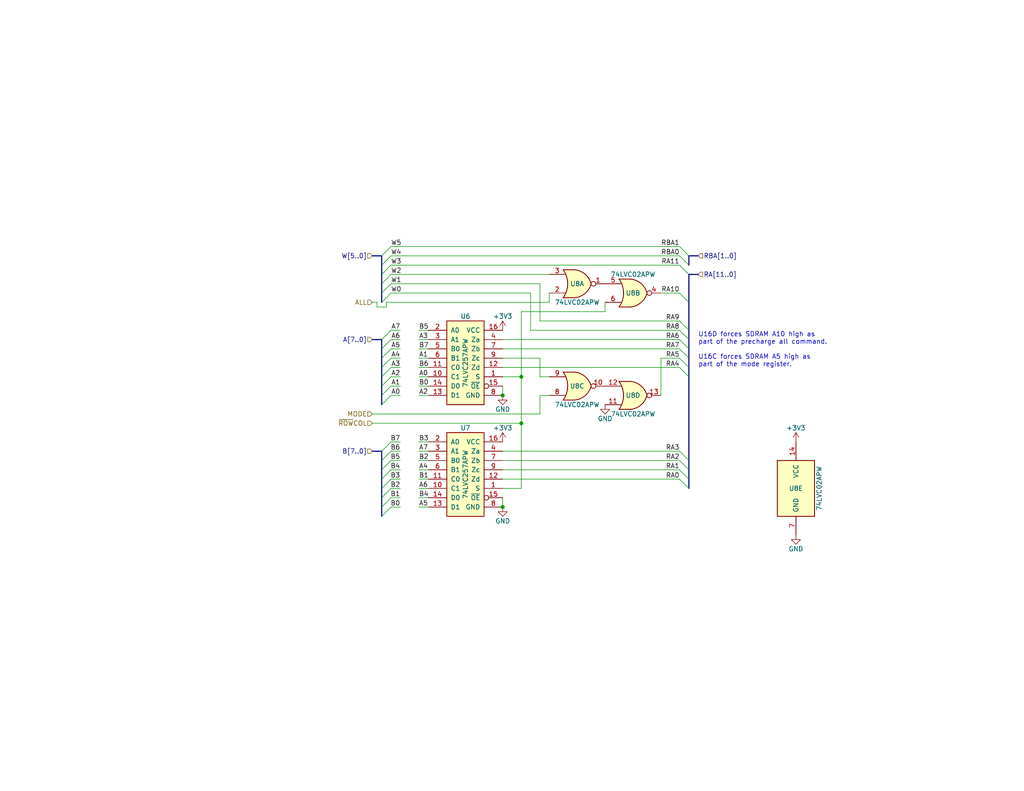
<source format=kicad_sch>
(kicad_sch (version 20211123) (generator eeschema)
  (paper "USLetter")
  (lib_symbols
    (symbol "74xx:74LS02" (pin_names (offset 1.016))
      (property "Reference" "U" (at 0 1.27 0))
      (property "Value" "74LS02" (at 0 -1.27 0))
      (symbol "74LS02_1_1"
        (arc (start -3.81 -3.81) (mid -2.589 0) (end -3.81 3.81) (stroke (width 0.254)))
        (arc (start -0.6096 -3.81) (mid 2.1842 -2.5851) (end 3.81 0) (stroke (width 0.254)) (fill (type background)))
        (polyline (pts (xy -3.81 -3.81) (xy -0.635 -3.81)) (stroke (width 0.254)) (fill (type background)))
        (polyline (pts (xy -3.81 3.81) (xy -0.635 3.81)) (stroke (width 0.254)) (fill (type background)))
        (polyline (pts (xy -0.635 3.81) (xy -3.81 3.81) (xy -3.81 3.81) (xy -3.556 3.4036) (xy -3.0226 2.2606) (xy -2.6924 1.0414) (xy -2.6162 -0.254) (xy -2.7686 -1.4986) (xy -3.175 -2.7178) (xy -3.81 -3.81) (xy -3.81 -3.81) (xy -0.635 -3.81)) (stroke (width -25.4)) (fill (type background)))
        (arc (start 3.81 0) (mid 2.1915 2.5936) (end -0.6096 3.81) (stroke (width 0.254)) (fill (type background)))
        (pin output inverted (at 7.62 0 180) (length 3.81) (name "~") (number "1"))
        (pin input line (at -7.62 2.54 0) (length 4.318) (name "~") (number "2"))
        (pin input line (at -7.62 -2.54 0) (length 4.318) (name "~") (number "3"))
      )
      (symbol "74LS02_1_2"
        (arc (start 0 -3.81) (mid 3.81 0) (end 0 3.81) (stroke (width 0.254)) (fill (type background)))
        (polyline (pts (xy 0 3.81) (xy -3.81 3.81) (xy -3.81 -3.81) (xy 0 -3.81)) (stroke (width 0.254)) (fill (type background)))
        (pin output line (at 7.62 0 180) (length 3.81) (name "~") (number "1"))
        (pin input inverted (at -7.62 2.54 0) (length 3.81) (name "~") (number "2"))
        (pin input inverted (at -7.62 -2.54 0) (length 3.81) (name "~") (number "3"))
      )
      (symbol "74LS02_2_1"
        (arc (start -3.81 -3.81) (mid -2.589 0) (end -3.81 3.81) (stroke (width 0.254)))
        (arc (start -0.6096 -3.81) (mid 2.1842 -2.5851) (end 3.81 0) (stroke (width 0.254)) (fill (type background)))
        (polyline (pts (xy -3.81 -3.81) (xy -0.635 -3.81)) (stroke (width 0.254)) (fill (type background)))
        (polyline (pts (xy -3.81 3.81) (xy -0.635 3.81)) (stroke (width 0.254)) (fill (type background)))
        (polyline (pts (xy -0.635 3.81) (xy -3.81 3.81) (xy -3.81 3.81) (xy -3.556 3.4036) (xy -3.0226 2.2606) (xy -2.6924 1.0414) (xy -2.6162 -0.254) (xy -2.7686 -1.4986) (xy -3.175 -2.7178) (xy -3.81 -3.81) (xy -3.81 -3.81) (xy -0.635 -3.81)) (stroke (width -25.4)) (fill (type background)))
        (arc (start 3.81 0) (mid 2.1915 2.5936) (end -0.6096 3.81) (stroke (width 0.254)) (fill (type background)))
        (pin output inverted (at 7.62 0 180) (length 3.81) (name "~") (number "4"))
        (pin input line (at -7.62 2.54 0) (length 4.318) (name "~") (number "5"))
        (pin input line (at -7.62 -2.54 0) (length 4.318) (name "~") (number "6"))
      )
      (symbol "74LS02_2_2"
        (arc (start 0 -3.81) (mid 3.81 0) (end 0 3.81) (stroke (width 0.254)) (fill (type background)))
        (polyline (pts (xy 0 3.81) (xy -3.81 3.81) (xy -3.81 -3.81) (xy 0 -3.81)) (stroke (width 0.254)) (fill (type background)))
        (pin output line (at 7.62 0 180) (length 3.81) (name "~") (number "4"))
        (pin input inverted (at -7.62 2.54 0) (length 3.81) (name "~") (number "5"))
        (pin input inverted (at -7.62 -2.54 0) (length 3.81) (name "~") (number "6"))
      )
      (symbol "74LS02_3_1"
        (arc (start -3.81 -3.81) (mid -2.589 0) (end -3.81 3.81) (stroke (width 0.254)))
        (arc (start -0.6096 -3.81) (mid 2.1842 -2.5851) (end 3.81 0) (stroke (width 0.254)) (fill (type background)))
        (polyline (pts (xy -3.81 -3.81) (xy -0.635 -3.81)) (stroke (width 0.254)) (fill (type background)))
        (polyline (pts (xy -3.81 3.81) (xy -0.635 3.81)) (stroke (width 0.254)) (fill (type background)))
        (polyline (pts (xy -0.635 3.81) (xy -3.81 3.81) (xy -3.81 3.81) (xy -3.556 3.4036) (xy -3.0226 2.2606) (xy -2.6924 1.0414) (xy -2.6162 -0.254) (xy -2.7686 -1.4986) (xy -3.175 -2.7178) (xy -3.81 -3.81) (xy -3.81 -3.81) (xy -0.635 -3.81)) (stroke (width -25.4)) (fill (type background)))
        (arc (start 3.81 0) (mid 2.1915 2.5936) (end -0.6096 3.81) (stroke (width 0.254)) (fill (type background)))
        (pin output inverted (at 7.62 0 180) (length 3.81) (name "~") (number "10"))
        (pin input line (at -7.62 2.54 0) (length 4.318) (name "~") (number "8"))
        (pin input line (at -7.62 -2.54 0) (length 4.318) (name "~") (number "9"))
      )
      (symbol "74LS02_3_2"
        (arc (start 0 -3.81) (mid 3.81 0) (end 0 3.81) (stroke (width 0.254)) (fill (type background)))
        (polyline (pts (xy 0 3.81) (xy -3.81 3.81) (xy -3.81 -3.81) (xy 0 -3.81)) (stroke (width 0.254)) (fill (type background)))
        (pin output line (at 7.62 0 180) (length 3.81) (name "~") (number "10"))
        (pin input inverted (at -7.62 2.54 0) (length 3.81) (name "~") (number "8"))
        (pin input inverted (at -7.62 -2.54 0) (length 3.81) (name "~") (number "9"))
      )
      (symbol "74LS02_4_1"
        (arc (start -3.81 -3.81) (mid -2.589 0) (end -3.81 3.81) (stroke (width 0.254)))
        (arc (start -0.6096 -3.81) (mid 2.1842 -2.5851) (end 3.81 0) (stroke (width 0.254)) (fill (type background)))
        (polyline (pts (xy -3.81 -3.81) (xy -0.635 -3.81)) (stroke (width 0.254)) (fill (type background)))
        (polyline (pts (xy -3.81 3.81) (xy -0.635 3.81)) (stroke (width 0.254)) (fill (type background)))
        (polyline (pts (xy -0.635 3.81) (xy -3.81 3.81) (xy -3.81 3.81) (xy -3.556 3.4036) (xy -3.0226 2.2606) (xy -2.6924 1.0414) (xy -2.6162 -0.254) (xy -2.7686 -1.4986) (xy -3.175 -2.7178) (xy -3.81 -3.81) (xy -3.81 -3.81) (xy -0.635 -3.81)) (stroke (width -25.4)) (fill (type background)))
        (arc (start 3.81 0) (mid 2.1915 2.5936) (end -0.6096 3.81) (stroke (width 0.254)) (fill (type background)))
        (pin input line (at -7.62 2.54 0) (length 4.318) (name "~") (number "11"))
        (pin input line (at -7.62 -2.54 0) (length 4.318) (name "~") (number "12"))
        (pin output inverted (at 7.62 0 180) (length 3.81) (name "~") (number "13"))
      )
      (symbol "74LS02_4_2"
        (arc (start 0 -3.81) (mid 3.81 0) (end 0 3.81) (stroke (width 0.254)) (fill (type background)))
        (polyline (pts (xy 0 3.81) (xy -3.81 3.81) (xy -3.81 -3.81) (xy 0 -3.81)) (stroke (width 0.254)) (fill (type background)))
        (pin input inverted (at -7.62 2.54 0) (length 3.81) (name "~") (number "11"))
        (pin input inverted (at -7.62 -2.54 0) (length 3.81) (name "~") (number "12"))
        (pin output line (at 7.62 0 180) (length 3.81) (name "~") (number "13"))
      )
      (symbol "74LS02_5_0"
        (pin power_in line (at 0 12.7 270) (length 5.08) (name "VCC") (number "14"))
        (pin power_in line (at 0 -12.7 90) (length 5.08) (name "GND") (number "7"))
      )
      (symbol "74LS02_5_1"
        (rectangle (start -5.08 7.62) (end 5.08 -7.62) (stroke (width 0.254)) (fill (type background)))
      )
    )
    (symbol "GW_Logic:74257" (pin_names (offset 1.016))
      (property "Reference" "U" (at -7.62 12.7 0))
      (property "Value" "GW_Logic_74257" (at 0 0 90))
      (symbol "74257_1_0"
        (pin input line (at 10.16 -3.81 180) (length 5.08) (name "S") (number "1"))
        (pin input line (at -10.16 -3.81 0) (length 5.08) (name "C1") (number "10"))
        (pin input line (at -10.16 -1.27 0) (length 5.08) (name "C0") (number "11"))
        (pin output line (at 10.16 -1.27 180) (length 5.08) (name "Zd") (number "12"))
        (pin input line (at -10.16 -8.89 0) (length 5.08) (name "D1") (number "13"))
        (pin input line (at -10.16 -6.35 0) (length 5.08) (name "D0") (number "14"))
        (pin input inverted (at 10.16 -6.35 180) (length 5.08) (name "~{OE}") (number "15"))
        (pin power_in line (at 10.16 8.89 180) (length 5.08) (name "VCC") (number "16"))
        (pin input line (at -10.16 8.89 0) (length 5.08) (name "A0") (number "2"))
        (pin input line (at -10.16 6.35 0) (length 5.08) (name "A1") (number "3"))
        (pin output line (at 10.16 6.35 180) (length 5.08) (name "Za") (number "4"))
        (pin input line (at -10.16 3.81 0) (length 5.08) (name "B0") (number "5"))
        (pin input line (at -10.16 1.27 0) (length 5.08) (name "B1") (number "6"))
        (pin output line (at 10.16 3.81 180) (length 5.08) (name "Zb") (number "7"))
        (pin power_in line (at 10.16 -8.89 180) (length 5.08) (name "GND") (number "8"))
        (pin output line (at 10.16 1.27 180) (length 5.08) (name "Zc") (number "9"))
      )
      (symbol "74257_1_1"
        (rectangle (start -5.08 11.43) (end 5.08 -11.43) (stroke (width 0.254)) (fill (type background)))
      )
    )
    (symbol "power:+3V3" (power) (pin_names (offset 0))
      (property "Value" "+3V3" (at 0 3.556 0))
      (symbol "+3V3_0_1"
        (polyline (pts (xy -0.762 1.27) (xy 0 2.54)))
        (polyline (pts (xy 0 0) (xy 0 2.54)))
        (polyline (pts (xy 0 2.54) (xy 0.762 1.27)))
      )
      (symbol "+3V3_1_1"
        (pin power_in line (at 0 0 90) (length 0) hide (name "+3V3") (number "1"))
      )
    )
    (symbol "power:GND" (power) (pin_names (offset 0))
      (property "Value" "GND" (at 0 -3.81 0))
      (symbol "GND_0_1"
        (polyline (pts (xy 0 0) (xy 0 -1.27) (xy 1.27 -1.27) (xy 0 -2.54) (xy -1.27 -1.27) (xy 0 -1.27)))
      )
      (symbol "GND_1_1"
        (pin power_in line (at 0 0 270) (length 0) hide (name "GND") (number "1"))
      )
    )
  )
  (junction (at 137.16 107.95))
  (junction (at 137.16 138.43))
  (junction (at 142.24 115.57))
  (junction (at 142.24 102.87))
  (bus_entry (at 187.96 102.87) (size -2.54 -2.54))
  (bus_entry (at 104.14 105.41) (size 2.54 -2.54))
  (bus_entry (at 187.96 97.79) (size -2.54 -2.54))
  (bus_entry (at 104.14 138.43) (size 2.54 -2.54))
  (bus_entry (at 187.96 130.81) (size -2.54 -2.54))
  (bus_entry (at 187.96 133.35) (size -2.54 -2.54))
  (bus_entry (at 104.14 97.79) (size 2.54 -2.54))
  (bus_entry (at 187.96 90.17) (size -2.54 -2.54))
  (bus_entry (at 104.14 133.35) (size 2.54 -2.54))
  (bus_entry (at 104.14 77.47) (size 2.54 -2.54))
  (bus_entry (at 104.14 100.33) (size 2.54 -2.54))
  (bus_entry (at 104.14 92.71) (size 2.54 -2.54))
  (bus_entry (at 187.96 95.25) (size -2.54 -2.54))
  (bus_entry (at 104.14 130.81) (size 2.54 -2.54))
  (bus_entry (at 187.96 69.85) (size -2.54 -2.54))
  (bus_entry (at 104.14 125.73) (size 2.54 -2.54))
  (bus_entry (at 187.96 74.93) (size -2.54 -2.54))
  (bus_entry (at 104.14 102.87) (size 2.54 -2.54))
  (bus_entry (at 104.14 128.27) (size 2.54 -2.54))
  (bus_entry (at 187.96 125.73) (size -2.54 -2.54))
  (bus_entry (at 104.14 95.25) (size 2.54 -2.54))
  (bus_entry (at 104.14 69.85) (size 2.54 -2.54))
  (bus_entry (at 104.14 107.95) (size 2.54 -2.54))
  (bus_entry (at 104.14 72.39) (size 2.54 -2.54))
  (bus_entry (at 187.96 82.55) (size -2.54 -2.54))
  (bus_entry (at 104.14 82.55) (size 2.54 -2.54))
  (bus_entry (at 104.14 135.89) (size 2.54 -2.54))
  (bus_entry (at 187.96 128.27) (size -2.54 -2.54))
  (bus_entry (at 104.14 80.01) (size 2.54 -2.54))
  (bus_entry (at 187.96 72.39) (size -2.54 -2.54))
  (bus_entry (at 104.14 140.97) (size 2.54 -2.54))
  (bus_entry (at 187.96 92.71) (size -2.54 -2.54))
  (bus_entry (at 104.14 123.19) (size 2.54 -2.54))
  (bus_entry (at 104.14 110.49) (size 2.54 -2.54))
  (bus_entry (at 104.14 74.93) (size 2.54 -2.54))
  (bus_entry (at 187.96 100.33) (size -2.54 -2.54))
  (bus (pts (xy 104.14 97.79) (xy 104.14 100.33)))
  (wire (pts (xy 137.16 95.25) (xy 185.42 95.25)))
  (bus (pts (xy 187.96 128.27) (xy 187.96 130.81)))
  (wire (pts (xy 102.87 82.55) (xy 102.87 83.82)))
  (bus (pts (xy 190.5 69.85) (xy 187.96 69.85)))
  (wire (pts (xy 144.78 80.01) (xy 144.78 90.17)))
  (wire (pts (xy 114.3 102.87) (xy 116.84 102.87)))
  (wire (pts (xy 114.3 107.95) (xy 116.84 107.95)))
  (wire (pts (xy 106.68 74.93) (xy 149.86 74.93)))
  (wire (pts (xy 144.78 90.17) (xy 185.42 90.17)))
  (bus (pts (xy 104.14 125.73) (xy 104.14 128.27)))
  (wire (pts (xy 109.22 138.43) (xy 106.68 138.43)))
  (bus (pts (xy 104.14 100.33) (xy 104.14 102.87)))
  (wire (pts (xy 185.42 97.79) (xy 180.34 97.79)))
  (bus (pts (xy 187.96 100.33) (xy 187.96 102.87)))
  (wire (pts (xy 114.3 100.33) (xy 116.84 100.33)))
  (wire (pts (xy 109.22 102.87) (xy 106.68 102.87)))
  (wire (pts (xy 147.32 107.95) (xy 147.32 113.03)))
  (wire (pts (xy 185.42 87.63) (xy 147.32 87.63)))
  (wire (pts (xy 109.22 95.25) (xy 106.68 95.25)))
  (bus (pts (xy 104.14 80.01) (xy 104.14 82.55)))
  (wire (pts (xy 109.22 120.65) (xy 106.68 120.65)))
  (wire (pts (xy 180.34 107.95) (xy 180.34 97.79)))
  (bus (pts (xy 187.96 92.71) (xy 187.96 95.25)))
  (bus (pts (xy 187.96 130.81) (xy 187.96 133.35)))
  (bus (pts (xy 101.6 69.85) (xy 104.14 69.85)))
  (wire (pts (xy 109.22 123.19) (xy 106.68 123.19)))
  (bus (pts (xy 104.14 138.43) (xy 104.14 140.97)))
  (wire (pts (xy 106.68 72.39) (xy 185.42 72.39)))
  (wire (pts (xy 142.24 115.57) (xy 101.6 115.57)))
  (bus (pts (xy 187.96 95.25) (xy 187.96 97.79)))
  (bus (pts (xy 187.96 102.87) (xy 187.96 125.73)))
  (wire (pts (xy 106.68 69.85) (xy 185.42 69.85)))
  (wire (pts (xy 114.3 97.79) (xy 116.84 97.79)))
  (bus (pts (xy 104.14 107.95) (xy 104.14 110.49)))
  (bus (pts (xy 187.96 90.17) (xy 187.96 92.71)))
  (bus (pts (xy 104.14 92.71) (xy 104.14 95.25)))
  (wire (pts (xy 142.24 133.35) (xy 137.16 133.35)))
  (bus (pts (xy 187.96 82.55) (xy 187.96 90.17)))
  (wire (pts (xy 109.22 128.27) (xy 106.68 128.27)))
  (bus (pts (xy 104.14 135.89) (xy 104.14 138.43)))
  (wire (pts (xy 114.3 120.65) (xy 116.84 120.65)))
  (bus (pts (xy 104.14 69.85) (xy 104.14 72.39)))
  (wire (pts (xy 109.22 107.95) (xy 106.68 107.95)))
  (wire (pts (xy 185.42 100.33) (xy 137.16 100.33)))
  (wire (pts (xy 102.87 83.82) (xy 105.41 83.82)))
  (wire (pts (xy 114.3 133.35) (xy 116.84 133.35)))
  (wire (pts (xy 109.22 90.17) (xy 106.68 90.17)))
  (wire (pts (xy 137.16 102.87) (xy 142.24 102.87)))
  (wire (pts (xy 142.24 85.09) (xy 142.24 102.87)))
  (wire (pts (xy 114.3 138.43) (xy 116.84 138.43)))
  (bus (pts (xy 104.14 74.93) (xy 104.14 77.47)))
  (bus (pts (xy 187.96 97.79) (xy 187.96 100.33)))
  (bus (pts (xy 190.5 74.93) (xy 187.96 74.93)))
  (bus (pts (xy 104.14 102.87) (xy 104.14 105.41)))
  (wire (pts (xy 137.16 138.43) (xy 137.16 135.89)))
  (wire (pts (xy 137.16 128.27) (xy 185.42 128.27)))
  (bus (pts (xy 104.14 130.81) (xy 104.14 133.35)))
  (bus (pts (xy 104.14 105.41) (xy 104.14 107.95)))
  (wire (pts (xy 114.3 128.27) (xy 116.84 128.27)))
  (wire (pts (xy 105.41 83.82) (xy 105.41 82.55)))
  (wire (pts (xy 109.22 133.35) (xy 106.68 133.35)))
  (wire (pts (xy 137.16 105.41) (xy 137.16 107.95)))
  (wire (pts (xy 185.42 125.73) (xy 137.16 125.73)))
  (wire (pts (xy 109.22 135.89) (xy 106.68 135.89)))
  (wire (pts (xy 106.68 77.47) (xy 147.32 77.47)))
  (wire (pts (xy 142.24 85.09) (xy 165.1 85.09)))
  (bus (pts (xy 187.96 74.93) (xy 187.96 82.55)))
  (wire (pts (xy 114.3 135.89) (xy 116.84 135.89)))
  (bus (pts (xy 104.14 95.25) (xy 104.14 97.79)))
  (wire (pts (xy 114.3 130.81) (xy 116.84 130.81)))
  (wire (pts (xy 105.41 82.55) (xy 149.86 82.55)))
  (wire (pts (xy 147.32 113.03) (xy 101.6 113.03)))
  (wire (pts (xy 106.68 80.01) (xy 144.78 80.01)))
  (bus (pts (xy 104.14 123.19) (xy 104.14 125.73)))
  (wire (pts (xy 147.32 77.47) (xy 147.32 87.63)))
  (wire (pts (xy 101.6 82.55) (xy 102.87 82.55)))
  (wire (pts (xy 109.22 97.79) (xy 106.68 97.79)))
  (wire (pts (xy 137.16 123.19) (xy 185.42 123.19)))
  (wire (pts (xy 137.16 92.71) (xy 185.42 92.71)))
  (wire (pts (xy 142.24 102.87) (xy 142.24 115.57)))
  (wire (pts (xy 114.3 123.19) (xy 116.84 123.19)))
  (wire (pts (xy 109.22 105.41) (xy 106.68 105.41)))
  (wire (pts (xy 185.42 130.81) (xy 137.16 130.81)))
  (bus (pts (xy 104.14 128.27) (xy 104.14 130.81)))
  (wire (pts (xy 114.3 90.17) (xy 116.84 90.17)))
  (wire (pts (xy 114.3 95.25) (xy 116.84 95.25)))
  (wire (pts (xy 147.32 97.79) (xy 147.32 102.87)))
  (wire (pts (xy 142.24 115.57) (xy 142.24 133.35)))
  (wire (pts (xy 165.1 82.55) (xy 165.1 85.09)))
  (bus (pts (xy 187.96 125.73) (xy 187.96 128.27)))
  (wire (pts (xy 114.3 125.73) (xy 116.84 125.73)))
  (wire (pts (xy 114.3 92.71) (xy 116.84 92.71)))
  (wire (pts (xy 109.22 92.71) (xy 106.68 92.71)))
  (wire (pts (xy 149.86 80.01) (xy 149.86 82.55)))
  (wire (pts (xy 109.22 100.33) (xy 106.68 100.33)))
  (wire (pts (xy 149.86 107.95) (xy 147.32 107.95)))
  (wire (pts (xy 147.32 102.87) (xy 149.86 102.87)))
  (wire (pts (xy 109.22 125.73) (xy 106.68 125.73)))
  (wire (pts (xy 106.68 67.31) (xy 185.42 67.31)))
  (bus (pts (xy 104.14 133.35) (xy 104.14 135.89)))
  (wire (pts (xy 147.32 97.79) (xy 137.16 97.79)))
  (bus (pts (xy 101.6 123.19) (xy 104.14 123.19)))
  (bus (pts (xy 104.14 72.39) (xy 104.14 74.93)))
  (wire (pts (xy 109.22 130.81) (xy 106.68 130.81)))
  (bus (pts (xy 101.6 92.71) (xy 104.14 92.71)))
  (bus (pts (xy 104.14 77.47) (xy 104.14 80.01)))
  (wire (pts (xy 114.3 105.41) (xy 116.84 105.41)))
  (wire (pts (xy 185.42 80.01) (xy 180.34 80.01)))
  (bus (pts (xy 187.96 69.85) (xy 187.96 72.39)))
  (text "U16D forces SDRAM A10 high as\npart of the precharge all command.\n\nU16C forces SDRAM A5 high as\npart of the mode register." (at 190.5 100.33 0) (effects (font (size 1.27 1.27)) (justify left bottom)))
  (label "A5" (at 114.3 138.43 0))
  (label "RA7" (at 185.42 95.25 180))
  (label "B6" (at 109.22 123.19 180))
  (label "W1" (at 106.68 77.47 0))
  (label "RA6" (at 185.42 92.71 180))
  (label "RA2" (at 185.42 125.73 180))
  (label "RA3" (at 185.42 123.19 180))
  (label "B7" (at 114.3 95.25 0))
  (label "B2" (at 114.3 125.73 0))
  (label "A0" (at 114.3 102.87 0))
  (label "B3" (at 109.22 130.81 180))
  (label "RA0" (at 185.42 130.81 180))
  (label "B5" (at 109.22 125.73 180))
  (label "RBA0" (at 185.42 69.85 180))
  (label "RA4" (at 185.42 100.33 180))
  (label "A4" (at 114.3 128.27 0))
  (label "B4" (at 114.3 135.89 0))
  (label "A2" (at 114.3 107.95 0))
  (label "A4" (at 109.22 97.79 180))
  (label "A7" (at 109.22 90.17 180))
  (label "B1" (at 109.22 135.89 180))
  (label "W2" (at 106.68 74.93 0))
  (label "RA8" (at 185.42 90.17 180))
  (label "RA5" (at 185.42 97.79 180))
  (label "W3" (at 106.68 72.39 0))
  (label "B6" (at 114.3 100.33 0))
  (label "W5" (at 106.68 67.31 0))
  (label "A1" (at 109.22 105.41 180))
  (label "W0" (at 106.68 80.01 0))
  (label "A3" (at 109.22 100.33 180))
  (label "RA1" (at 185.42 128.27 180))
  (label "RBA1" (at 185.42 67.31 180))
  (label "RA9" (at 185.42 87.63 180))
  (label "W4" (at 106.68 69.85 0))
  (label "B7" (at 109.22 120.65 180))
  (label "A6" (at 109.22 92.71 180))
  (label "A7" (at 114.3 123.19 0))
  (label "B0" (at 114.3 105.41 0))
  (label "A1" (at 114.3 97.79 0))
  (label "A5" (at 109.22 95.25 180))
  (label "B1" (at 114.3 130.81 0))
  (label "B0" (at 109.22 138.43 180))
  (label "A0" (at 109.22 107.95 180))
  (label "A2" (at 109.22 102.87 180))
  (label "B5" (at 114.3 90.17 0))
  (label "A6" (at 114.3 133.35 0))
  (label "B2" (at 109.22 133.35 180))
  (label "B3" (at 114.3 120.65 0))
  (label "A3" (at 114.3 92.71 0))
  (label "RA10" (at 185.42 80.01 180))
  (label "B4" (at 109.22 128.27 180))
  (label "RA11" (at 185.42 72.39 180))
  (hierarchical_label "W[5..0]" (shape input) (at 101.6 69.85 180))
  (hierarchical_label "RBA[1..0]" (shape input) (at 190.5 69.85 0))
  (hierarchical_label "ALL" (shape input) (at 101.6 82.55 180))
  (hierarchical_label "~{ROW}COL" (shape input) (at 101.6 115.57 180))
  (hierarchical_label "A[7..0]" (shape input) (at 101.6 92.71 180))
  (hierarchical_label "RA[11..0]" (shape input) (at 190.5 74.93 0))
  (hierarchical_label "MODE" (shape input) (at 101.6 113.03 180))
  (hierarchical_label "B[7..0]" (shape input) (at 101.6 123.19 180))
  (symbol (lib_id "GW_Logic:74257") (at 127 129.54 0) (unit 1)
    (property "Reference" "U7" (at 127 116.84 0))
    (property "Value" "74LVC257APW" (at 127 129.54 90))
    (property "Footprint" "stdpads:TSSOP-16_4.4x5mm_P0.65mm" (effects hide))
    (property "Datasheet" "http://www.ti.com/lit/gpn/sn74LS157" (effects hide))
  )
  (symbol (lib_id "power:+3V3") (at 137.16 120.65 0) (unit 1)
    (property "Reference" "#PWR0121" (effects hide))
    (property "Value" "+3V3" (at 137.16 116.84 0))
  )
  (symbol (lib_id "power:GND") (at 137.16 138.43 0) (unit 1)
    (property "Reference" "#PWR0122" (effects hide))
    (property "Value" "GND" (at 137.16 142.24 0))
  )
  (symbol (lib_id "power:GND") (at 137.16 107.95 0) (unit 1)
    (property "Reference" "#PWR0123" (effects hide))
    (property "Value" "GND" (at 137.16 111.76 0))
  )
  (symbol (lib_id "power:+3V3") (at 137.16 90.17 0) (unit 1)
    (property "Reference" "#PWR0124" (effects hide))
    (property "Value" "+3V3" (at 137.16 86.36 0))
  )
  (symbol (lib_id "GW_Logic:74257") (at 127 99.06 0) (unit 1)
    (property "Reference" "U6" (at 127 86.36 0))
    (property "Value" "74LVC257APW" (at 127 99.06 90))
    (property "Footprint" "stdpads:TSSOP-16_4.4x5mm_P0.65mm" (effects hide))
    (property "Datasheet" "http://www.ti.com/lit/gpn/sn74LS157" (effects hide))
  )
  (symbol (lib_id "74xx:74LS02") (at 157.48 105.41 0) (mirror x) (unit 3)
    (property "Reference" "U8" (at 157.48 105.41 0))
    (property "Value" "74LVC02APW" (at 157.48 110.49 0))
    (property "Footprint" "stdpads:TSSOP-14_4.4x5mm_P0.65mm" (effects hide))
    (property "Datasheet" "http://www.ti.com/lit/gpn/sn74LS08" (effects hide))
  )
  (symbol (lib_id "74xx:74LS02") (at 172.72 107.95 0) (mirror x) (unit 4)
    (property "Reference" "U8" (at 172.72 107.95 0))
    (property "Value" "74LVC02APW" (at 172.72 113.03 0))
    (property "Footprint" "stdpads:TSSOP-14_4.4x5mm_P0.65mm" (effects hide))
    (property "Datasheet" "http://www.ti.com/lit/gpn/sn74LS08" (effects hide))
  )
  (symbol (lib_id "74xx:74LS02") (at 157.48 77.47 0) (mirror x) (unit 1)
    (property "Reference" "U8" (at 157.48 77.47 0))
    (property "Value" "74LVC02APW" (at 157.48 82.55 0))
    (property "Footprint" "stdpads:TSSOP-14_4.4x5mm_P0.65mm" (effects hide))
    (property "Datasheet" "http://www.ti.com/lit/gpn/sn74LS08" (effects hide))
  )
  (symbol (lib_id "74xx:74LS02") (at 172.72 80.01 0) (unit 2)
    (property "Reference" "U8" (at 172.72 80.01 0))
    (property "Value" "74LVC02APW" (at 172.72 74.93 0))
    (property "Footprint" "stdpads:TSSOP-14_4.4x5mm_P0.65mm" (effects hide))
    (property "Datasheet" "http://www.ti.com/lit/gpn/sn74LS08" (effects hide))
  )
  (symbol (lib_id "power:GND") (at 165.1 110.49 0) (mirror y) (unit 1)
    (property "Reference" "#PWR0171" (effects hide))
    (property "Value" "GND" (at 165.1 114.3 0))
  )
  (symbol (lib_id "power:GND") (at 217.17 146.05 0) (mirror y) (unit 1)
    (property "Reference" "#PWR0169" (effects hide))
    (property "Value" "GND" (at 217.17 149.86 0))
  )
  (symbol (lib_id "power:+3V3") (at 217.17 120.65 0) (unit 1)
    (property "Reference" "#PWR0170" (effects hide))
    (property "Value" "+3V3" (at 217.17 116.84 0))
  )
  (symbol (lib_id "74xx:74LS02") (at 217.17 133.35 0) (unit 5)
    (property "Reference" "U8" (at 217.17 133.35 0))
    (property "Value" "74LVC02APW" (at 223.52 133.35 90))
    (property "Footprint" "stdpads:TSSOP-14_4.4x5mm_P0.65mm" (effects hide))
    (property "Datasheet" "http://www.ti.com/lit/gpn/sn74LS08" (effects hide))
  )
)
</source>
